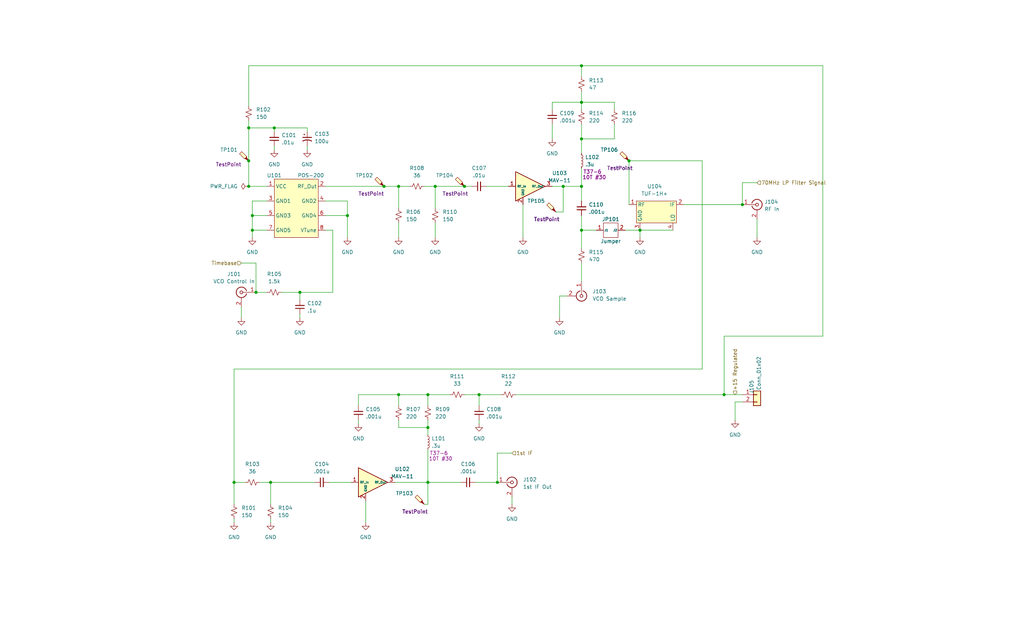
<source format=kicad_sch>
(kicad_sch (version 20231120) (generator "eeschema") (generator_version "8.0")
  (paper "USLegal")
  (title_block (title "Spectrum Analyzer: VCO 1st Mixer") (date "2022-08-24") (rev "0") (company "Andy McCann KA3KAF and Doug McCann KA3KAG") (comment 2 "Terry White K7TAU") (comment 3 "Wes Hayward W7ZOI") (comment 4 "Original Design By:"))
  (lib_symbols
    (symbol "Connector:Conn_Coaxial" (pin_names (offset 1.016) hide)
      (property "Reference" "J" (at 0.254 3.048 0))
      (property "Value" "Conn_Coaxial" (at 2.921 0 90))
      (symbol "Conn_Coaxial_0_1"
        (arc (start -1.778 -0.508) (mid 0.2311 -1.8066) (end 1.778 0) (stroke (width 0.254)))
        (polyline (pts (xy -2.54 0) (xy -0.508 0)))
        (polyline (pts (xy 0 -2.54) (xy 0 -1.778)))
        (circle (center 0 0) (radius 0.508) (stroke (width 0.2032)))
        (arc (start 1.778 0) (mid 0.2099 1.8101) (end -1.778 0.508) (stroke (width 0.254)))
      )
      (symbol "Conn_Coaxial_1_1"
        (pin passive line (at -5.08 0 0) (length 2.54) (name "In") (number "1"))
        (pin passive line (at 0 -5.08 90) (length 2.54) (name "Ext") (number "2"))
      )
    )
    (symbol "Connector:TestPoint_Probe" (pin_numbers hide) (pin_names (offset 0.762) hide)
      (property "Reference" "TP" (at 1.651 5.842 0))
      (property "Value" "TestPoint_Probe" (at 1.651 4.064 0))
      (symbol "TestPoint_Probe_0_1"
        (polyline (pts (xy 1.27 0.762) (xy 0 0) (xy 0.762 1.27) (xy 1.27 0.762)) (fill (type outline)))
        (polyline (pts (xy 1.397 0.635) (xy 0.635 1.397) (xy 2.413 3.175) (xy 3.175 2.413) (xy 1.397 0.635)) (fill (type background)))
      )
      (symbol "TestPoint_Probe_1_1"
        (pin passive line (at 0 0 90) (length 0) (name "1") (number "1"))
      )
    )
    (symbol "Connector_Generic:Conn_01x02" (pin_names (offset 1.016) hide)
      (property "Reference" "J" (at 0 2.54 0))
      (property "Value" "Conn_01x02" (at 0 -5.08 0))
      (symbol "Conn_01x02_1_1"
        (rectangle (start -1.27 -2.413) (end 0 -2.667) (stroke (width 0.1524)))
        (rectangle (start -1.27 0.127) (end 0 -0.127) (stroke (width 0.1524)))
        (rectangle (start -1.27 1.27) (end 1.27 -3.81) (stroke (width 0.254)) (fill (type background)))
        (pin passive line (at -5.08 0 0) (length 3.81) (name "Pin_1") (number "1"))
        (pin passive line (at -5.08 -2.54 0) (length 3.81) (name "Pin_2") (number "2"))
      )
    )
    (symbol "Device:C_Polarized_Small_US" (pin_numbers hide) (pin_names (offset 0.254) hide)
      (property "Reference" "C" (at 0.254 1.778 0))
      (property "Value" "C_Polarized_Small_US" (at 0.254 -2.032 0))
      (symbol "C_Polarized_Small_US_0_1"
        (polyline (pts (xy -1.524 0.508) (xy 1.524 0.508)) (stroke (width 0.3048)))
        (polyline (pts (xy -1.27 1.524) (xy -0.762 1.524)))
        (polyline (pts (xy -1.016 1.27) (xy -1.016 1.778)))
        (arc (start 1.524 -0.762) (mid 0 -0.3734) (end -1.524 -0.762) (stroke (width 0.3048)))
      )
      (symbol "C_Polarized_Small_US_1_1"
        (pin passive line (at 0 2.54 270) (length 2.032) (name "~") (number "1"))
        (pin passive line (at 0 -2.54 90) (length 2.032) (name "~") (number "2"))
      )
    )
    (symbol "Device:C_Small" (pin_numbers hide) (pin_names (offset 0.254) hide)
      (property "Reference" "C" (at 0.254 1.778 0))
      (property "Value" "C_Small" (at 0.254 -2.032 0))
      (symbol "C_Small_0_1"
        (polyline (pts (xy -1.524 -0.508) (xy 1.524 -0.508)) (stroke (width 0.3302)))
        (polyline (pts (xy -1.524 0.508) (xy 1.524 0.508)) (stroke (width 0.3048)))
      )
      (symbol "C_Small_1_1"
        (pin passive line (at 0 2.54 270) (length 2.032) (name "~") (number "1"))
        (pin passive line (at 0 -2.54 90) (length 2.032) (name "~") (number "2"))
      )
    )
    (symbol "Device:L_Small" (pin_numbers hide) (pin_names (offset 0.254) hide)
      (property "Reference" "L" (at 0.762 1.016 0))
      (property "Value" "L_Small" (at 0.762 -1.016 0))
      (symbol "L_Small_0_1"
        (arc (start 0 -2.032) (mid 0.5058 -1.524) (end 0 -1.016))
        (arc (start 0 -1.016) (mid 0.5058 -0.508) (end 0 0))
        (arc (start 0 0) (mid 0.5058 0.508) (end 0 1.016))
        (arc (start 0 1.016) (mid 0.5058 1.524) (end 0 2.032))
      )
      (symbol "L_Small_1_1"
        (pin passive line (at 0 2.54 270) (length 0.508) (name "~") (number "1"))
        (pin passive line (at 0 -2.54 90) (length 0.508) (name "~") (number "2"))
      )
    )
    (symbol "Device:R_Small_US" (pin_numbers hide) (pin_names (offset 0.254) hide)
      (property "Reference" "R" (at 0.762 0.508 0))
      (property "Value" "R_Small_US" (at 0.762 -1.016 0))
      (symbol "R_Small_US_1_1"
        (polyline (pts (xy 0 0) (xy 1.016 -0.381) (xy 0 -0.762) (xy -1.016 -1.143) (xy 0 -1.524)))
        (polyline (pts (xy 0 1.524) (xy 1.016 1.143) (xy 0 0.762) (xy -1.016 0.381) (xy 0 0)))
        (pin passive line (at 0 2.54 270) (length 1.016) (name "~") (number "1"))
        (pin passive line (at 0 -2.54 90) (length 1.016) (name "~") (number "2"))
      )
    )
    (symbol "MAV-11_1" (pin_names (offset 0.5))
      (property "Reference" "U" (at -2.54 7.62 0))
      (property "Value" "MAV-11" (at 5.08 7.62 0))
      (symbol "MAV-11_1_0_1"
        (polyline (pts (xy 7.62 0) (xy -2.54 5.08) (xy -2.54 -5.08) (xy 7.62 0)) (stroke (width 0.254)) (fill (type background)))
      )
      (symbol "MAV-11_1_1_1"
        (pin passive line (at -5.08 0 0) (length 2.54) (name "RF_In") (number "1"))
        (pin power_in line (at 0 -6.35 90) (length 2.54) (name "GND") (number "2"))
        (pin passive line (at 10.16 0 180) (length 2.54) (name "RF_Out") (number "3"))
        (pin passive line (at 0 -6.35 90) (length 2.54) hide (name "GND") (number "4"))
      )
    )
    (symbol "power:GND" (power) (pin_names (offset 0))
      (property "Value" "GND" (at 0 -3.81 0))
      (symbol "GND_0_1"
        (polyline (pts (xy 0 0) (xy 0 -1.27) (xy 1.27 -1.27) (xy 0 -2.54) (xy -1.27 -1.27) (xy 0 -1.27)))
      )
      (symbol "GND_1_1"
        (pin power_in line (at 0 0 270) (length 0) hide (name "GND") (number "1"))
      )
    )
    (symbol "power:PWR_FLAG" (power) (pin_numbers hide) (pin_names (offset 0) hide)
      (property "Value" "PWR_FLAG" (at 0 3.81 0))
      (symbol "PWR_FLAG_0_0"
        (pin power_out line (at 0 0 90) (length 0) (name "pwr") (number "1"))
      )
      (symbol "PWR_FLAG_0_1"
        (polyline (pts (xy 0 0) (xy 0 1.27) (xy -1.016 1.905) (xy 0 2.54) (xy 1.016 1.905) (xy 0 1.27)))
      )
    )
    (symbol "spectrum analyzer:22284028" (pin_names (offset 0.254))
      (property "Reference" "JP" (at 0 6.35 0))
      (property "Value" "22284028" (at 0 3.81 0))
      (property "Datasheet" "https://www.molex.com/pdm_docs/sd/022284028_sd.pdf" (at -25.4 0 0))
      (property "Sim.Device" "SPICE" (at 0 6.35 0))
      (property "Sim.Enable" "0" (at 0 6.35 0))
      (symbol "22284028_0_1"
        (rectangle (start -2.54 2.54) (end 2.54 -2.54))
      )
      (symbol "22284028_1_1"
        (pin passive line (at -5.08 0 0) (length 2.54) (name "J1") (number "1"))
        (pin passive line (at 5.08 0 180) (length 2.54) (name "J2") (number "2"))
      )
    )
    (symbol "spectrum analyzer:MAV-11" (pin_names (offset 0.5))
      (property "Reference" "U" (at -2.54 7.62 0))
      (property "Value" "MAV-11" (at 5.08 7.62 0))
      (symbol "MAV-11_0_1"
        (polyline (pts (xy 7.62 0) (xy -2.54 5.08) (xy -2.54 -5.08) (xy 7.62 0)) (stroke (width 0.254)) (fill (type background)))
      )
      (symbol "MAV-11_1_1"
        (pin passive line (at -5.08 0 0) (length 2.54) (name "RF_In") (number "1"))
        (pin power_in line (at 0 -6.35 90) (length 2.54) (name "GND") (number "2"))
        (pin passive line (at 10.16 0 180) (length 2.54) (name "RF_Out") (number "3"))
        (pin passive line (at 0 -6.35 90) (length 2.54) hide (name "GND") (number "4"))
      )
    )
    (symbol "spectrum analyzer:POS-200"
      (property "Reference" "U" (at -7.62 12.7 0))
      (property "Value" "POS-200" (at 5.08 12.7 0))
      (symbol "POS-200_0_1"
        (rectangle (start -7.62 10.16) (end 7.62 -10.16) (fill (type background)))
      )
      (symbol "POS-200_1_1"
        (pin power_in line (at -10.16 7.62 0) (length 2.54) (name "VCC") (number "1"))
        (pin passive line (at 10.16 7.62 180) (length 2.54) (name "RF_Out") (number "2"))
        (pin power_in line (at -10.16 2.54 0) (length 2.54) (name "GND1") (number "3"))
        (pin power_in line (at 10.16 2.54 180) (length 2.54) (name "GND2") (number "4"))
        (pin power_in line (at -10.16 -2.54 0) (length 2.54) (name "GND3") (number "5"))
        (pin power_in line (at 10.16 -2.54 180) (length 2.54) (name "GND4") (number "6"))
        (pin power_in line (at -10.16 -7.62 0) (length 2.54) (name "GND5") (number "7"))
        (pin passive line (at 10.16 -7.62 180) (length 2.54) (name "VTune") (number "8"))
      )
    )
    (symbol "spectrum analyzer:TUF-1H+"
      (property "Reference" "U" (at 0 5.08 0))
      (property "Value" "TUF-1H+" (at 1.27 0 0))
      (symbol "TUF-1H+_0_1"
        (rectangle (start -6.35 3.81) (end 7.62 -3.81) (fill (type background)))
      )
      (symbol "TUF-1H+_1_1"
        (pin passive line (at -8.89 2.54 0) (length 2.54) (name "RF") (number "1"))
        (pin passive line (at 10.16 2.54 180) (length 2.54) (name "IF") (number "2"))
        (pin passive line (at -5.08 -6.35 90) (length 2.54) (name "GND") (number "3"))
        (pin passive line (at 6.35 -6.35 90) (length 2.54) (name "LO") (number "4"))
      )
    )
  )
  (junction (at 201.93 64.77))
  (junction (at 222.25 80.01))
  (junction (at 172.72 167.64))
  (junction (at 148.59 167.64))
  (junction (at 148.59 137.16))
  (junction (at 81.28 167.64))
  (junction (at 88.9 101.6))
  (junction (at 257.81 71.12))
  (junction (at 87.63 80.01))
  (junction (at 86.36 55.88))
  (junction (at 86.36 64.77))
  (junction (at 195.58 64.77))
  (junction (at 95.25 44.45))
  (junction (at 148.59 148.59))
  (junction (at 218.44 55.88))
  (junction (at 120.65 74.93))
  (junction (at 138.43 64.77))
  (junction (at 87.63 74.93))
  (junction (at 251.46 137.16))
  (junction (at 151.13 64.77))
  (junction (at 201.93 48.26))
  (junction (at 161.29 64.77))
  (junction (at 133.35 64.77))
  (junction (at 104.14 101.6))
  (junction (at 201.93 22.86))
  (junction (at 86.36 44.45))
  (junction (at 201.93 80.01))
  (junction (at 201.93 35.56))
  (junction (at 138.43 137.16))
  (junction (at 93.98 167.64))
  (junction (at 166.37 137.16))
  (wire (pts (xy 86.36 44.45) (xy 86.36 55.88)))
  (wire (pts (xy 201.93 22.86) (xy 86.36 22.86)))
  (wire (pts (xy 95.25 44.45) (xy 86.36 44.45)))
  (wire (pts (xy 168.91 64.77) (xy 176.53 64.77)))
  (wire (pts (xy 93.98 167.64) (xy 109.22 167.64)))
  (wire (pts (xy 104.14 109.22) (xy 104.14 110.49)))
  (wire (pts (xy 255.27 139.7) (xy 257.81 139.7)))
  (wire (pts (xy 191.77 35.56) (xy 201.93 35.56)))
  (wire (pts (xy 201.93 69.85) (xy 201.93 64.77)))
  (wire (pts (xy 201.93 31.75) (xy 201.93 35.56)))
  (wire (pts (xy 93.98 175.26) (xy 93.98 167.64)))
  (wire (pts (xy 218.44 55.88) (xy 243.84 55.88)))
  (wire (pts (xy 92.71 101.6) (xy 88.9 101.6)))
  (wire (pts (xy 194.31 102.87) (xy 194.31 110.49)))
  (wire (pts (xy 93.98 181.61) (xy 93.98 180.34)))
  (wire (pts (xy 138.43 146.05) (xy 138.43 148.59)))
  (wire (pts (xy 161.29 64.77) (xy 163.83 64.77)))
  (wire (pts (xy 173.99 137.16) (xy 166.37 137.16)))
  (wire (pts (xy 193.04 73.66) (xy 195.58 73.66)))
  (wire (pts (xy 148.59 175.26) (xy 148.59 167.64)))
  (wire (pts (xy 113.03 74.93) (xy 120.65 74.93)))
  (wire (pts (xy 106.68 45.72) (xy 106.68 44.45)))
  (wire (pts (xy 81.28 175.26) (xy 81.28 167.64)))
  (wire (pts (xy 222.25 80.01) (xy 233.68 80.01)))
  (wire (pts (xy 218.44 71.12) (xy 218.44 55.88)))
  (wire (pts (xy 160.02 167.64) (xy 148.59 167.64)))
  (wire (pts (xy 262.89 63.5) (xy 257.81 63.5)))
  (wire (pts (xy 124.46 137.16) (xy 138.43 137.16)))
  (wire (pts (xy 151.13 72.39) (xy 151.13 64.77)))
  (wire (pts (xy 148.59 148.59) (xy 148.59 146.05)))
  (wire (pts (xy 201.93 38.1) (xy 201.93 35.56)))
  (wire (pts (xy 81.28 181.61) (xy 81.28 180.34)))
  (wire (pts (xy 86.36 41.91) (xy 86.36 44.45)))
  (wire (pts (xy 138.43 64.77) (xy 142.24 64.77)))
  (wire (pts (xy 83.82 91.44) (xy 88.9 91.44)))
  (wire (pts (xy 201.93 80.01) (xy 201.93 74.93)))
  (wire (pts (xy 285.75 116.84) (xy 285.75 22.86)))
  (wire (pts (xy 148.59 151.13) (xy 148.59 148.59)))
  (wire (pts (xy 201.93 97.79) (xy 201.93 91.44)))
  (wire (pts (xy 86.36 22.86) (xy 86.36 36.83)))
  (wire (pts (xy 95.25 50.8) (xy 95.25 52.07)))
  (wire (pts (xy 113.03 64.77) (xy 133.35 64.77)))
  (wire (pts (xy 148.59 140.97) (xy 148.59 137.16)))
  (wire (pts (xy 88.9 91.44) (xy 88.9 101.6)))
  (wire (pts (xy 92.71 80.01) (xy 87.63 80.01)))
  (wire (pts (xy 257.81 71.12) (xy 237.49 71.12)))
  (wire (pts (xy 138.43 137.16) (xy 148.59 137.16)))
  (wire (pts (xy 115.57 80.01) (xy 115.57 101.6)))
  (wire (pts (xy 124.46 146.05) (xy 124.46 147.32)))
  (wire (pts (xy 87.63 69.85) (xy 87.63 74.93)))
  (wire (pts (xy 255.27 139.7) (xy 255.27 146.05)))
  (wire (pts (xy 138.43 72.39) (xy 138.43 64.77)))
  (wire (pts (xy 86.36 64.77) (xy 92.71 64.77)))
  (wire (pts (xy 86.36 55.88) (xy 86.36 64.77)))
  (wire (pts (xy 257.81 63.5) (xy 257.81 71.12)))
  (wire (pts (xy 148.59 156.21) (xy 148.59 167.64)))
  (wire (pts (xy 151.13 64.77) (xy 161.29 64.77)))
  (wire (pts (xy 181.61 82.55) (xy 181.61 71.12)))
  (wire (pts (xy 213.36 35.56) (xy 213.36 38.1)))
  (wire (pts (xy 120.65 74.93) (xy 120.65 82.55)))
  (wire (pts (xy 201.93 35.56) (xy 213.36 35.56)))
  (wire (pts (xy 90.17 167.64) (xy 93.98 167.64)))
  (wire (pts (xy 147.32 175.26) (xy 148.59 175.26)))
  (wire (pts (xy 177.8 157.48) (xy 172.72 157.48)))
  (wire (pts (xy 207.01 80.01) (xy 201.93 80.01)))
  (wire (pts (xy 92.71 74.93) (xy 87.63 74.93)))
  (wire (pts (xy 138.43 148.59) (xy 148.59 148.59)))
  (wire (pts (xy 166.37 137.16) (xy 161.29 137.16)))
  (wire (pts (xy 113.03 80.01) (xy 115.57 80.01)))
  (wire (pts (xy 191.77 64.77) (xy 195.58 64.77)))
  (wire (pts (xy 195.58 64.77) (xy 201.93 64.77)))
  (wire (pts (xy 87.63 74.93) (xy 87.63 80.01)))
  (wire (pts (xy 104.14 101.6) (xy 97.79 101.6)))
  (wire (pts (xy 138.43 82.55) (xy 138.43 77.47)))
  (wire (pts (xy 83.82 106.68) (xy 83.82 110.49)))
  (wire (pts (xy 213.36 43.18) (xy 213.36 48.26)))
  (wire (pts (xy 201.93 53.34) (xy 201.93 48.26)))
  (wire (pts (xy 201.93 58.42) (xy 201.93 64.77)))
  (wire (pts (xy 179.07 137.16) (xy 251.46 137.16)))
  (wire (pts (xy 127 181.61) (xy 127 173.99)))
  (wire (pts (xy 222.25 80.01) (xy 222.25 82.55)))
  (wire (pts (xy 138.43 137.16) (xy 138.43 140.97)))
  (wire (pts (xy 106.68 50.8) (xy 106.68 52.07)))
  (wire (pts (xy 201.93 48.26) (xy 201.93 43.18)))
  (wire (pts (xy 92.71 69.85) (xy 87.63 69.85)))
  (wire (pts (xy 113.03 69.85) (xy 120.65 69.85)))
  (wire (pts (xy 251.46 137.16) (xy 251.46 116.84)))
  (wire (pts (xy 81.28 128.27) (xy 81.28 167.64)))
  (wire (pts (xy 196.85 102.87) (xy 194.31 102.87)))
  (wire (pts (xy 166.37 146.05) (xy 166.37 147.32)))
  (wire (pts (xy 120.65 69.85) (xy 120.65 74.93)))
  (wire (pts (xy 201.93 86.36) (xy 201.93 80.01)))
  (wire (pts (xy 251.46 116.84) (xy 285.75 116.84)))
  (wire (pts (xy 191.77 35.56) (xy 191.77 38.1)))
  (wire (pts (xy 172.72 157.48) (xy 172.72 167.64)))
  (wire (pts (xy 262.89 82.55) (xy 262.89 76.2)))
  (wire (pts (xy 95.25 45.72) (xy 95.25 44.45)))
  (wire (pts (xy 213.36 48.26) (xy 201.93 48.26)))
  (wire (pts (xy 87.63 80.01) (xy 87.63 82.55)))
  (wire (pts (xy 124.46 140.97) (xy 124.46 137.16)))
  (wire (pts (xy 81.28 167.64) (xy 85.09 167.64)))
  (wire (pts (xy 172.72 167.64) (xy 165.1 167.64)))
  (wire (pts (xy 217.17 80.01) (xy 222.25 80.01)))
  (wire (pts (xy 195.58 73.66) (xy 195.58 64.77)))
  (wire (pts (xy 147.32 64.77) (xy 151.13 64.77)))
  (wire (pts (xy 115.57 101.6) (xy 104.14 101.6)))
  (wire (pts (xy 156.21 137.16) (xy 148.59 137.16)))
  (wire (pts (xy 285.75 22.86) (xy 201.93 22.86)))
  (wire (pts (xy 151.13 82.55) (xy 151.13 77.47)))
  (wire (pts (xy 166.37 140.97) (xy 166.37 137.16)))
  (wire (pts (xy 201.93 26.67) (xy 201.93 22.86)))
  (wire (pts (xy 251.46 137.16) (xy 257.81 137.16)))
  (wire (pts (xy 177.8 172.72) (xy 177.8 175.26)))
  (wire (pts (xy 106.68 44.45) (xy 95.25 44.45)))
  (wire (pts (xy 243.84 55.88) (xy 243.84 128.27)))
  (wire (pts (xy 133.35 64.77) (xy 138.43 64.77)))
  (wire (pts (xy 114.3 167.64) (xy 121.92 167.64)))
  (wire (pts (xy 191.77 43.18) (xy 191.77 48.26)))
  (wire (pts (xy 104.14 104.14) (xy 104.14 101.6)))
  (wire (pts (xy 148.59 167.64) (xy 137.16 167.64)))
  (wire (pts (xy 243.84 128.27) (xy 81.28 128.27)))
  (hierarchical_label "1st IF" (shape input) (at 177.8 157.48 0))
  (hierarchical_label "+15 Regulated" (shape input) (at 255.27 137.16 90))
  (hierarchical_label "70MHz LP Filter Signal" (shape input) (at 262.89 63.5 0))
  (hierarchical_label "Timebase" (shape input) (at 83.82 91.44 180))
  (symbol (lib_id "spectrum analyzer:TUF-1H+") (at 227.33 73.66 0) (unit 1) (exclude_from_sim yes)
    (property "Reference" "U104" (at 227.33 64.77 0))
    (property "Value" "TUF-1H+" (at 227.33 67.31 0))
    (property "Footprint" "vco-1stmixer:TUF-1H" (effects (hide yes)))
    (property "Datasheet" "https://www.minicircuits.com/pdfs/TUF-1H+.pdf" (effects (hide yes)))
  )
  (symbol (lib_id "Device:C_Small") (at 191.77 40.64 180) (unit 1)
    (property "Reference" "C109" (at 194.31 39.3635 0) (effects (justify right)))
    (property "Value" ".001u" (at 194.31 41.9035 0) (effects (justify right)))
    (property "Footprint" "Capacitor_THT:C_Disc_D5.0mm_W2.5mm_P5.00mm" (effects (hide yes)))
  )
  (symbol (lib_id "Device:C_Small") (at 162.56 167.64 90) (unit 1)
    (property "Reference" "C106" (at 162.5663 161.29 90))
    (property "Value" ".001u" (at 162.5663 163.83 90))
    (property "Footprint" "Capacitor_THT:C_Disc_D5.0mm_W2.5mm_P5.00mm" (effects (hide yes)))
  )
  (symbol (lib_id "spectrum analyzer:22284028") (at 212.09 80.01 0) (unit 1) (exclude_from_sim yes)
    (property "Reference" "JP101" (at 212.09 76.2 0))
    (property "Value" "Jumper" (at 212.09 83.82 0))
    (property "Footprint" "vco-1stmixer:22284028" (effects (hide yes)))
    (property "Datasheet" "https://www.molex.com/pdm_docs/sd/022284028_sd.pdf" (effects (hide yes)))
    (property "Sim.Device" "SPICE" (effects (hide yes)))
    (property "Sim.Params" "type=\"J\" model=\"22284028\" lib=\"\"" (effects (hide yes)))
    (property "Sim.Pins" "1=1 2=2" (effects (hide yes)))
  )
  (symbol (lib_id "power:GND") (at 87.63 82.55 0) (unit 1)
    (property "Reference" "#PWR0103" (effects (hide yes)))
    (property "Value" "GND" (at 87.63 87.63 0))
  )
  (symbol (lib_id "Device:C_Small") (at 201.93 72.39 180) (unit 1)
    (property "Reference" "C110" (at 204.47 71.1135 0) (effects (justify right)))
    (property "Value" ".001u" (at 204.47 73.6535 0) (effects (justify right)))
    (property "Footprint" "Capacitor_THT:C_Disc_D5.0mm_W2.5mm_P5.00mm" (effects (hide yes)))
  )
  (symbol (lib_id "Device:C_Small") (at 111.76 167.64 90) (unit 1)
    (property "Reference" "C104" (at 111.7663 161.29 90))
    (property "Value" ".001u" (at 111.7663 163.83 90))
    (property "Footprint" "Capacitor_THT:C_Disc_D5.0mm_W2.5mm_P5.00mm" (effects (hide yes)))
  )
  (symbol (lib_id "power:GND") (at 138.43 82.55 0) (unit 1)
    (property "Reference" "#PWR0112" (effects (hide yes)))
    (property "Value" "GND" (at 138.43 87.63 0))
  )
  (symbol (lib_id "Connector:TestPoint_Probe") (at 161.29 64.77 90) (unit 1) (exclude_from_sim yes)
    (property "Reference" "TP104" (at 157.48 60.96 90) (effects (justify left)))
    (property "Value" "${SIM.PARAMS}" (at 162.56 67.31 90) (effects (justify left)))
    (property "Footprint" "TestPoint:TestPoint_Pad_1.0x1.0mm" (effects (hide yes)))
    (property "Sim.Device" "SPICE" (effects (hide yes)))
    (property "Sim.Params" "TestPoint" (at 162.56 67.31 90) (effects (justify left)))
    (property "Sim.Pins" "1=1" (effects (hide yes)))
  )
  (symbol (lib_id "Device:L_Small") (at 148.59 153.67 0) (unit 1)
    (property "Reference" "L101" (at 149.86 152.3999 0) (effects (justify left)))
    (property "Value" ".3u" (at 149.86 154.9399 0) (effects (justify left)))
    (property "Footprint" "Inductor_THT:L_Toroid_Vertical_L13.0mm_W6.5mm_P5.60mm" (effects (hide yes)))
    (property "Field4" "T37-6" (at 152.4 157.48 0))
    (property "Field5" "10T #30" (at 153.035 159.385 0))
  )
  (symbol (lib_id "Device:R_Small_US") (at 138.43 143.51 180) (unit 1)
    (property "Reference" "R107" (at 140.97 142.2399 0) (effects (justify right)))
    (property "Value" "220" (at 140.97 144.7799 0) (effects (justify right)))
    (property "Footprint" "Resistor_THT:R_Axial_DIN0207_L6.3mm_D2.5mm_P7.62mm_Horizontal" (effects (hide yes)))
  )
  (symbol (lib_id "Device:C_Small") (at 104.14 106.68 180) (unit 1)
    (property "Reference" "C102" (at 106.68 105.4035 0) (effects (justify right)))
    (property "Value" ".1u" (at 106.68 107.9435 0) (effects (justify right)))
    (property "Footprint" "Capacitor_THT:C_Disc_D5.0mm_W2.5mm_P5.00mm" (effects (hide yes)))
  )
  (symbol (lib_id "power:GND") (at 262.89 82.55 0) (unit 1)
    (property "Reference" "#PWR0122" (effects (hide yes)))
    (property "Value" "GND" (at 262.89 87.63 0))
  )
  (symbol (lib_id "Device:R_Small_US") (at 201.93 88.9 180) (unit 1)
    (property "Reference" "R115" (at 204.47 87.6299 0) (effects (justify right)))
    (property "Value" "470" (at 204.47 90.1699 0) (effects (justify right)))
    (property "Footprint" "Resistor_THT:R_Axial_DIN0207_L6.3mm_D2.5mm_P7.62mm_Horizontal" (effects (hide yes)))
  )
  (symbol (lib_id "Device:R_Small_US") (at 86.36 39.37 180) (unit 1)
    (property "Reference" "R102" (at 88.9 38.0999 0) (effects (justify right)))
    (property "Value" "150" (at 88.9 40.6399 0) (effects (justify right)))
    (property "Footprint" "Resistor_THT:R_Axial_DIN0207_L6.3mm_D2.5mm_P7.62mm_Horizontal" (effects (hide yes)))
  )
  (symbol (lib_id "power:GND") (at 93.98 181.61 0) (unit 1)
    (property "Reference" "#PWR0104" (effects (hide yes)))
    (property "Value" "GND" (at 93.98 186.69 0))
  )
  (symbol (lib_id "Connector:Conn_Coaxial") (at 83.82 101.6 0) (mirror y) (unit 1) (exclude_from_sim yes)
    (property "Reference" "J101" (at 81.28 95.25 0))
    (property "Value" "VCO Control In" (at 81.28 97.79 0))
    (property "Footprint" "Connector_Wire:SolderWire-0.5sqmm_1x02_P4.6mm_D0.9mm_OD2.1mm" (effects (hide yes)))
    (property "Datasheet" " ~" (effects (hide yes)))
  )
  (symbol (lib_id "power:GND") (at 124.46 147.32 0) (unit 1)
    (property "Reference" "#PWR0109" (effects (hide yes)))
    (property "Value" "GND" (at 124.46 152.4 0))
  )
  (symbol (lib_id "power:GND") (at 191.77 48.26 0) (unit 1)
    (property "Reference" "#PWR0118" (effects (hide yes)))
    (property "Value" "GND" (at 191.77 53.34 0))
  )
  (symbol (lib_id "Device:C_Polarized_Small_US") (at 106.68 48.26 0) (unit 1)
    (property "Reference" "C103" (at 109.22 46.5581 0) (effects (justify left)))
    (property "Value" "100u" (at 109.22 49.0981 0) (effects (justify left)))
    (property "Footprint" "Capacitor_THT:CP_Radial_D8.0mm_P3.50mm" (effects (hide yes)))
  )
  (symbol (lib_id "power:GND") (at 151.13 82.55 0) (unit 1)
    (property "Reference" "#PWR0113" (effects (hide yes)))
    (property "Value" "GND" (at 151.13 87.63 0))
  )
  (symbol (lib_id "Device:L_Small") (at 201.93 55.88 0) (unit 1)
    (property "Reference" "L102" (at 203.2 54.6099 0) (effects (justify left)))
    (property "Value" ".3u" (at 203.2 57.1499 0) (effects (justify left)))
    (property "Footprint" "Inductor_THT:L_Toroid_Vertical_L13.0mm_W6.5mm_P5.60mm" (effects (hide yes)))
    (property "Field4" "T37-6" (at 205.74 59.69 0))
    (property "Field5" "10T #30" (at 206.375 61.595 0))
  )
  (symbol (lib_id "Device:R_Small_US") (at 95.25 101.6 90) (unit 1)
    (property "Reference" "R105" (at 95.25 95.25 90))
    (property "Value" "1.5k" (at 95.25 97.79 90))
    (property "Footprint" "Resistor_THT:R_Axial_DIN0207_L6.3mm_D2.5mm_P7.62mm_Horizontal" (effects (hide yes)))
  )
  (symbol (lib_id "Connector:Conn_Coaxial") (at 262.89 71.12 0) (unit 1)
    (property "Reference" "J104" (at 265.43 70.1431 0) (effects (justify left)))
    (property "Value" "RF In" (at 265.43 72.6831 0) (effects (justify left)))
    (property "Footprint" "Connector_Wire:SolderWire-0.5sqmm_1x02_P4.6mm_D0.9mm_OD2.1mm" (effects (hide yes)))
    (property "Datasheet" " ~" (effects (hide yes)))
  )
  (symbol (lib_id "power:GND") (at 106.68 52.07 0) (unit 1)
    (property "Reference" "#PWR0107" (effects (hide yes)))
    (property "Value" "GND" (at 106.68 57.15 0))
  )
  (symbol (lib_id "Device:R_Small_US") (at 201.93 40.64 180) (unit 1)
    (property "Reference" "R114" (at 204.47 39.3699 0) (effects (justify right)))
    (property "Value" "220" (at 204.47 41.9099 0) (effects (justify right)))
    (property "Footprint" "Resistor_THT:R_Axial_DIN0207_L6.3mm_D2.5mm_P7.62mm_Horizontal" (effects (hide yes)))
  )
  (symbol (lib_id "power:GND") (at 120.65 82.55 0) (unit 1)
    (property "Reference" "#PWR0108" (effects (hide yes)))
    (property "Value" "GND" (at 120.65 87.63 0))
  )
  (symbol (lib_id "Device:R_Small_US") (at 201.93 29.21 180) (unit 1)
    (property "Reference" "R113" (at 204.47 27.9399 0) (effects (justify right)))
    (property "Value" "47" (at 204.47 30.4799 0) (effects (justify right)))
    (property "Footprint" "Resistor_THT:R_Axial_DIN0207_L6.3mm_D2.5mm_P7.62mm_Horizontal" (effects (hide yes)))
  )
  (symbol (lib_id "power:PWR_FLAG") (at 86.36 64.77 90) (unit 1)
    (property "Reference" "#FLG0101" (effects (hide yes)))
    (property "Value" "PWR_FLAG" (at 82.55 64.7699 90) (effects (justify left)))
  )
  (symbol (lib_id "Device:R_Small_US") (at 148.59 143.51 180) (unit 1)
    (property "Reference" "R109" (at 151.13 142.2399 0) (effects (justify right)))
    (property "Value" "220" (at 151.13 144.7799 0) (effects (justify right)))
    (property "Footprint" "Resistor_THT:R_Axial_DIN0207_L6.3mm_D2.5mm_P7.62mm_Horizontal" (effects (hide yes)))
  )
  (symbol (lib_id "power:GND") (at 255.27 146.05 0) (unit 1)
    (property "Reference" "#PWR0121" (effects (hide yes)))
    (property "Value" "GND" (at 255.27 151.13 0))
  )
  (symbol (lib_id "Connector_Generic:Conn_01x02") (at 262.89 137.16 0) (unit 1) (exclude_from_sim yes)
    (property "Reference" "J105" (at 260.985 132.08 90) (effects (justify right)))
    (property "Value" "Conn_01x02" (at 263.525 123.825 90) (effects (justify right)))
    (property "Footprint" "vco-1stmixer:691103110002" (effects (hide yes)))
    (property "Datasheet" "https://www.we-online.com/katalog/datasheet/691137710002.pdf" (effects (hide yes)))
    (property "Sim.Device" "SPICE" (effects (hide yes)))
    (property "Sim.Params" "type=\"J\" model=\"Conn_01x02\" lib=\"\"" (effects (hide yes)))
    (property "Sim.Pins" "1=1 2=2" (effects (hide yes)))
  )
  (symbol (lib_id "power:GND") (at 177.8 175.26 0) (unit 1)
    (property "Reference" "#PWR0115" (effects (hide yes)))
    (property "Value" "GND" (at 177.8 180.34 0))
  )
  (symbol (lib_id "Connector:TestPoint_Probe") (at 133.35 64.77 90) (unit 1) (exclude_from_sim yes)
    (property "Reference" "TP102" (at 129.54 60.96 90) (effects (justify left)))
    (property "Value" "${SIM.PARAMS}" (at 133.35 67.31 90) (effects (justify left)))
    (property "Footprint" "TestPoint:TestPoint_Pad_1.0x1.0mm" (effects (hide yes)))
    (property "Sim.Device" "SPICE" (effects (hide yes)))
    (property "Sim.Params" "TestPoint" (at 133.35 67.31 90) (effects (justify left)))
    (property "Sim.Pins" "1=1" (effects (hide yes)))
  )
  (symbol (lib_id "spectrum analyzer:MAV-11") (at 181.61 64.77 0) (unit 1)
    (property "Reference" "U103" (at 194.31 60.1533 0))
    (property "Value" "MAV-11" (at 194.31 62.6933 0))
    (property "Footprint" "spectrum_analyzer:MAV-11BSM&plus_" (effects (hide yes)))
    (property "Datasheet" "https://www.minicircuits.com/pdfs/MAV-11BSM+.pdf" (effects (hide yes)))
  )
  (symbol (lib_id "Connector:TestPoint_Probe") (at 86.36 55.88 90) (unit 1) (exclude_from_sim yes)
    (property "Reference" "TP101" (at 82.55 52.07 90) (effects (justify left)))
    (property "Value" "${SIM.PARAMS}" (at 83.82 57.15 90) (effects (justify left)))
    (property "Footprint" "TestPoint:TestPoint_Pad_1.0x1.0mm" (effects (hide yes)))
    (property "Sim.Device" "SPICE" (effects (hide yes)))
    (property "Sim.Params" "TestPoint" (at 83.82 57.15 90) (effects (justify left)))
    (property "Sim.Pins" "1=1" (effects (hide yes)))
  )
  (symbol (lib_id "power:GND") (at 127 181.61 0) (unit 1)
    (property "Reference" "#PWR0110" (effects (hide yes)))
    (property "Value" "GND" (at 127 186.69 0))
  )
  (symbol (lib_id "Device:R_Small_US") (at 176.53 137.16 90) (unit 1)
    (property "Reference" "R112" (at 176.53 130.81 90))
    (property "Value" "22" (at 176.53 133.35 90))
    (property "Footprint" "Resistor_THT:R_Axial_DIN0207_L6.3mm_D2.5mm_P7.62mm_Horizontal" (effects (hide yes)))
  )
  (symbol (lib_id "Device:C_Small") (at 124.46 143.51 180) (unit 1)
    (property "Reference" "C105" (at 127 142.2335 0) (effects (justify right)))
    (property "Value" ".001u" (at 127 144.7735 0) (effects (justify right)))
    (property "Footprint" "Capacitor_THT:C_Disc_D5.0mm_W2.5mm_P5.00mm" (effects (hide yes)))
  )
  (symbol (lib_id "Device:C_Small") (at 166.37 64.77 90) (unit 1)
    (property "Reference" "C107" (at 166.3763 58.42 90))
    (property "Value" ".01u" (at 166.3763 60.96 90))
    (property "Footprint" "Capacitor_THT:C_Disc_D5.0mm_W2.5mm_P5.00mm" (effects (hide yes)))
  )
  (symbol (lib_name "MAV-11_1") (lib_id "spectrum analyzer:MAV-11") (at 127 167.64 0) (unit 1)
    (property "Reference" "U102" (at 139.7 163.0233 0))
    (property "Value" "MAV-11" (at 139.7 165.5633 0))
    (property "Footprint" "spectrum_analyzer:MAV-11BSM&plus_" (effects (hide yes)))
    (property "Datasheet" "https://www.minicircuits.com/pdfs/MAV-11BSM+.pdf" (effects (hide yes)))
  )
  (symbol (lib_id "Device:C_Small") (at 166.37 143.51 180) (unit 1)
    (property "Reference" "C108" (at 168.91 142.2335 0) (effects (justify right)))
    (property "Value" ".001u" (at 168.91 144.7735 0) (effects (justify right)))
    (property "Footprint" "Capacitor_THT:C_Disc_D5.0mm_W2.5mm_P5.00mm" (effects (hide yes)))
  )
  (symbol (lib_id "Connector:Conn_Coaxial") (at 201.93 102.87 270) (unit 1) (exclude_from_sim yes)
    (property "Reference" "J103" (at 205.74 101.2824 90) (effects (justify left)))
    (property "Value" "VCO Sample" (at 205.74 103.8224 90) (effects (justify left)))
    (property "Footprint" "Connector_Wire:SolderWire-0.5sqmm_1x02_P4.6mm_D0.9mm_OD2.1mm" (effects (hide yes)))
    (property "Datasheet" " ~" (effects (hide yes)))
  )
  (symbol (lib_id "spectrum analyzer:POS-200") (at 102.87 72.39 0) (unit 1)
    (property "Reference" "U101" (at 95.25 60.96 0))
    (property "Value" "POS-200" (at 107.95 60.96 0))
    (property "Footprint" "vco-1stmixer:POS-200" (effects (hide yes)))
    (property "Datasheet" "https://www.mini-circuits.com/pdfs/POS-200+.pdf" (effects (hide yes)))
  )
  (symbol (lib_id "Device:R_Small_US") (at 81.28 177.8 180) (unit 1)
    (property "Reference" "R101" (at 83.82 176.5299 0) (effects (justify right)))
    (property "Value" "150" (at 83.82 179.0699 0) (effects (justify right)))
    (property "Footprint" "Resistor_THT:R_Axial_DIN0207_L6.3mm_D2.5mm_P7.62mm_Horizontal" (effects (hide yes)))
  )
  (symbol (lib_id "power:GND") (at 81.28 181.61 0) (unit 1)
    (property "Reference" "#PWR0101" (effects (hide yes)))
    (property "Value" "GND" (at 81.28 186.69 0))
  )
  (symbol (lib_id "Connector:TestPoint_Probe") (at 193.04 73.66 90) (unit 1) (exclude_from_sim yes)
    (property "Reference" "TP105" (at 189.23 69.85 90) (effects (justify left)))
    (property "Value" "${SIM.PARAMS}" (at 194.31 76.2 90) (effects (justify left)))
    (property "Footprint" "TestPoint:TestPoint_Pad_1.0x1.0mm" (effects (hide yes)))
    (property "Sim.Device" "SPICE" (effects (hide yes)))
    (property "Sim.Params" "TestPoint" (at 194.31 76.2 90) (effects (justify left)))
    (property "Sim.Pins" "1=1" (effects (hide yes)))
  )
  (symbol (lib_id "Device:R_Small_US") (at 144.78 64.77 90) (unit 1)
    (property "Reference" "R108" (at 144.78 58.42 90))
    (property "Value" "36" (at 144.78 60.96 90))
    (property "Footprint" "Resistor_THT:R_Axial_DIN0207_L6.3mm_D2.5mm_P7.62mm_Horizontal" (effects (hide yes)))
  )
  (symbol (lib_id "power:GND") (at 166.37 147.32 0) (unit 1)
    (property "Reference" "#PWR0114" (effects (hide yes)))
    (property "Value" "GND" (at 166.37 152.4 0))
  )
  (symbol (lib_id "Connector:TestPoint_Probe") (at 218.44 55.88 90) (unit 1) (exclude_from_sim yes)
    (property "Reference" "TP106" (at 214.63 52.07 90) (effects (justify left)))
    (property "Value" "${SIM.PARAMS}" (at 219.71 58.42 90) (effects (justify left)))
    (property "Footprint" "TestPoint:TestPoint_Pad_1.0x1.0mm" (effects (hide yes)))
    (property "Sim.Device" "SPICE" (effects (hide yes)))
    (property "Sim.Params" "TestPoint" (at 219.71 58.42 90) (effects (justify left)))
    (property "Sim.Pins" "1=1" (effects (hide yes)))
  )
  (symbol (lib_id "power:GND") (at 181.61 82.55 0) (unit 1)
    (property "Reference" "#PWR0116" (effects (hide yes)))
    (property "Value" "GND" (at 181.61 87.63 0))
  )
  (symbol (lib_id "power:GND") (at 95.25 52.07 0) (unit 1)
    (property "Reference" "#PWR0105" (effects (hide yes)))
    (property "Value" "GND" (at 95.25 57.15 0))
  )
  (symbol (lib_id "power:GND") (at 222.25 82.55 0) (unit 1)
    (property "Reference" "#PWR0120" (effects (hide yes)))
    (property "Value" "GND" (at 222.25 87.63 0))
  )
  (symbol (lib_id "Connector:TestPoint_Probe") (at 147.32 175.26 90) (unit 1) (exclude_from_sim yes)
    (property "Reference" "TP103" (at 143.51 171.45 90) (effects (justify left)))
    (property "Value" "${SIM.PARAMS}" (at 148.59 177.8 90) (effects (justify left)))
    (property "Footprint" "TestPoint:TestPoint_Pad_1.0x1.0mm" (effects (hide yes)))
    (property "Sim.Device" "SPICE" (effects (hide yes)))
    (property "Sim.Params" "TestPoint" (at 148.59 177.8 90) (effects (justify left)))
    (property "Sim.Pins" "1=1" (effects (hide yes)))
  )
  (symbol (lib_id "power:GND") (at 194.31 110.49 0) (unit 1)
    (property "Reference" "#PWR0119" (effects (hide yes)))
    (property "Value" "GND" (at 194.31 115.57 0))
  )
  (symbol (lib_id "Device:R_Small_US") (at 151.13 74.93 180) (unit 1)
    (property "Reference" "R110" (at 153.67 73.6599 0) (effects (justify right)))
    (property "Value" "150" (at 153.67 76.1999 0) (effects (justify right)))
    (property "Footprint" "Resistor_THT:R_Axial_DIN0207_L6.3mm_D2.5mm_P7.62mm_Horizontal" (effects (hide yes)))
  )
  (symbol (lib_id "power:GND") (at 104.14 110.49 0) (unit 1)
    (property "Reference" "#PWR0106" (effects (hide yes)))
    (property "Value" "GND" (at 104.14 115.57 0))
  )
  (symbol (lib_id "Device:R_Small_US") (at 138.43 74.93 180) (unit 1)
    (property "Reference" "R106" (at 140.97 73.6599 0) (effects (justify right)))
    (property "Value" "150" (at 140.97 76.1999 0) (effects (justify right)))
    (property "Footprint" "Resistor_THT:R_Axial_DIN0207_L6.3mm_D2.5mm_P7.62mm_Horizontal" (effects (hide yes)))
  )
  (symbol (lib_id "Device:R_Small_US") (at 158.75 137.16 90) (unit 1)
    (property "Reference" "R111" (at 158.75 130.81 90))
    (property "Value" "33" (at 158.75 133.35 90))
    (property "Footprint" "Resistor_THT:R_Axial_DIN0207_L6.3mm_D2.5mm_P7.62mm_Horizontal" (effects (hide yes)))
  )
  (symbol (lib_id "Device:C_Small") (at 95.25 48.26 180) (unit 1)
    (property "Reference" "C101" (at 97.79 46.9835 0) (effects (justify right)))
    (property "Value" ".01u" (at 97.79 49.5235 0) (effects (justify right)))
    (property "Footprint" "Capacitor_THT:C_Disc_D5.0mm_W2.5mm_P5.00mm" (effects (hide yes)))
  )
  (symbol (lib_id "Device:R_Small_US") (at 93.98 177.8 180) (unit 1)
    (property "Reference" "R104" (at 96.52 176.5299 0) (effects (justify right)))
    (property "Value" "150" (at 96.52 179.0699 0) (effects (justify right)))
    (property "Footprint" "Resistor_THT:R_Axial_DIN0207_L6.3mm_D2.5mm_P7.62mm_Horizontal" (effects (hide yes)))
  )
  (symbol (lib_id "Device:R_Small_US") (at 213.36 40.64 180) (unit 1)
    (property "Reference" "R116" (at 215.9 39.3699 0) (effects (justify right)))
    (property "Value" "220" (at 215.9 41.9099 0) (effects (justify right)))
    (property "Footprint" "Resistor_THT:R_Axial_DIN0207_L6.3mm_D2.5mm_P7.62mm_Horizontal" (effects (hide yes)))
  )
  (symbol (lib_id "power:GND") (at 83.82 110.49 0) (unit 1)
    (property "Reference" "#PWR0102" (effects (hide yes)))
    (property "Value" "GND" (at 83.82 115.57 0))
  )
  (symbol (lib_id "Connector:Conn_Coaxial") (at 177.8 167.64 0) (unit 1) (exclude_from_sim yes)
    (property "Reference" "J102" (at 181.61 166.6631 0) (effects (justify left)))
    (property "Value" "1st IF Out" (at 181.61 169.2031 0) (effects (justify left)))
    (property "Footprint" "Connector_Wire:SolderWire-0.5sqmm_1x02_P4.6mm_D0.9mm_OD2.1mm" (effects (hide yes)))
    (property "Datasheet" " ~" (effects (hide yes)))
  )
  (symbol (lib_id "Device:R_Small_US") (at 87.63 167.64 90) (unit 1)
    (property "Reference" "R103" (at 87.63 161.29 90))
    (property "Value" "36" (at 87.63 163.83 90))
    (property "Footprint" "Resistor_THT:R_Axial_DIN0207_L6.3mm_D2.5mm_P7.62mm_Horizontal" (effects (hide yes)))
  )
)
</source>
